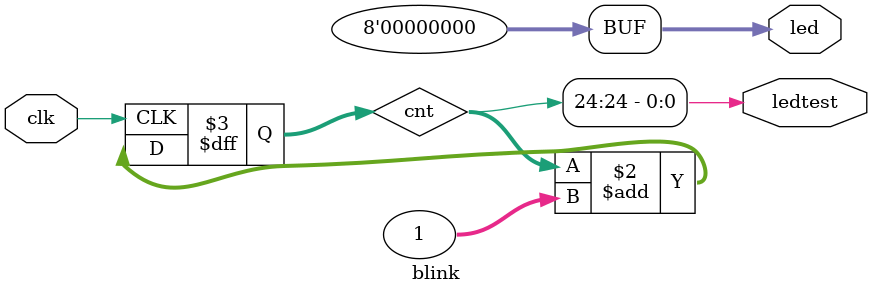
<source format=v>
`timescale 1ns / 1ps
module blink(
input wire clk,   // clock typically from 10MHz to 50MHz
output wire [7:0] led,
output wire ledtest
);
// create a binary counter
reg [31:0] cnt;
always @(posedge clk) cnt <= cnt+1;

assign ledtest = cnt[24];
assign led = 8'b00000000;
//assign led[0] = cnt[22];    // blink the LED at a few Hz (using the 23th bit of the counter, use a different bit to modify the blinking rate)
endmodule

</source>
